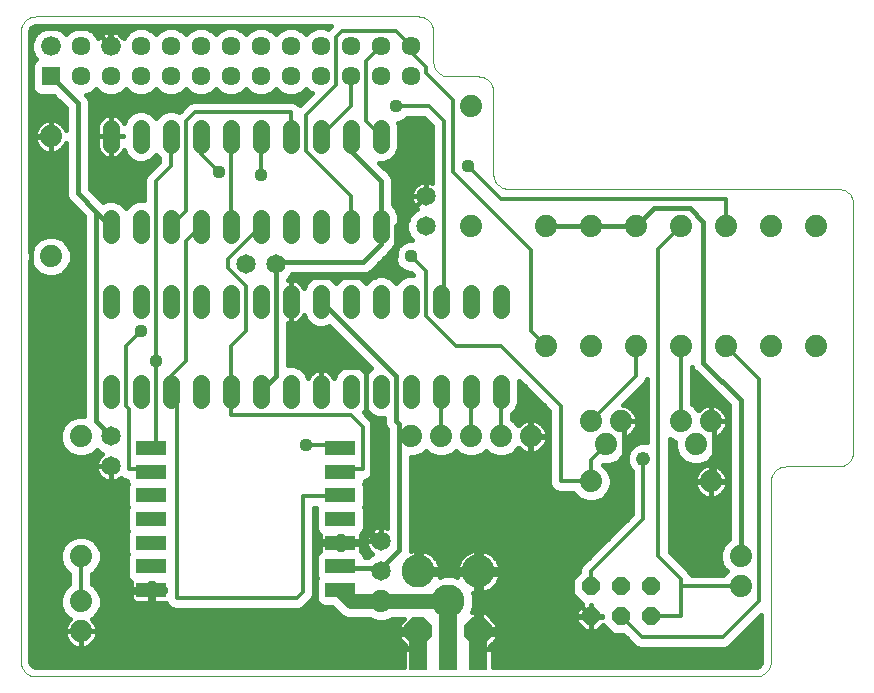
<source format=gtl>
G75*
G70*
%OFA0B0*%
%FSLAX24Y24*%
%IPPOS*%
%LPD*%
%AMOC8*
5,1,8,0,0,1.08239X$1,22.5*
%
%ADD10C,0.0000*%
%ADD11R,0.0634X0.0634*%
%ADD12C,0.0660*%
%ADD13C,0.0634*%
%ADD14C,0.1100*%
%ADD15OC8,0.0915*%
%ADD16R,0.0600X0.1600*%
%ADD17C,0.0600*%
%ADD18C,0.0650*%
%ADD19R,0.1000X0.0500*%
%ADD20C,0.0560*%
%ADD21C,0.0740*%
%ADD22OC8,0.0600*%
%ADD23C,0.0150*%
%ADD24C,0.0160*%
%ADD25C,0.0476*%
%ADD26C,0.0120*%
%ADD27C,0.0440*%
%ADD28C,0.0500*%
%ADD29C,0.0240*%
D10*
X001680Y001180D02*
X025680Y001180D01*
X025724Y001182D01*
X025767Y001188D01*
X025809Y001197D01*
X025851Y001210D01*
X025891Y001227D01*
X025930Y001247D01*
X025967Y001270D01*
X026001Y001297D01*
X026034Y001326D01*
X026063Y001359D01*
X026090Y001393D01*
X026113Y001430D01*
X026133Y001469D01*
X026150Y001509D01*
X026163Y001551D01*
X026172Y001593D01*
X026178Y001636D01*
X026180Y001680D01*
X026180Y007680D01*
X026182Y007724D01*
X026188Y007767D01*
X026197Y007809D01*
X026210Y007851D01*
X026227Y007891D01*
X026247Y007930D01*
X026270Y007967D01*
X026297Y008001D01*
X026326Y008034D01*
X026359Y008063D01*
X026393Y008090D01*
X026430Y008113D01*
X026469Y008133D01*
X026509Y008150D01*
X026551Y008163D01*
X026593Y008172D01*
X026636Y008178D01*
X026680Y008180D01*
X028430Y008180D01*
X028474Y008182D01*
X028517Y008188D01*
X028559Y008197D01*
X028601Y008210D01*
X028641Y008227D01*
X028680Y008247D01*
X028717Y008270D01*
X028751Y008297D01*
X028784Y008326D01*
X028813Y008359D01*
X028840Y008393D01*
X028863Y008430D01*
X028883Y008469D01*
X028900Y008509D01*
X028913Y008551D01*
X028922Y008593D01*
X028928Y008636D01*
X028930Y008680D01*
X028930Y016930D01*
X028928Y016974D01*
X028922Y017017D01*
X028913Y017059D01*
X028900Y017101D01*
X028883Y017141D01*
X028863Y017180D01*
X028840Y017217D01*
X028813Y017251D01*
X028784Y017284D01*
X028751Y017313D01*
X028717Y017340D01*
X028680Y017363D01*
X028641Y017383D01*
X028601Y017400D01*
X028559Y017413D01*
X028517Y017422D01*
X028474Y017428D01*
X028430Y017430D01*
X017430Y017430D01*
X017386Y017432D01*
X017343Y017438D01*
X017301Y017447D01*
X017259Y017460D01*
X017219Y017477D01*
X017180Y017497D01*
X017143Y017520D01*
X017109Y017547D01*
X017076Y017576D01*
X017047Y017609D01*
X017020Y017643D01*
X016997Y017680D01*
X016977Y017719D01*
X016960Y017759D01*
X016947Y017801D01*
X016938Y017843D01*
X016932Y017886D01*
X016930Y017930D01*
X016930Y020680D01*
X016928Y020724D01*
X016922Y020767D01*
X016913Y020809D01*
X016900Y020851D01*
X016883Y020891D01*
X016863Y020930D01*
X016840Y020967D01*
X016813Y021001D01*
X016784Y021034D01*
X016751Y021063D01*
X016717Y021090D01*
X016680Y021113D01*
X016641Y021133D01*
X016601Y021150D01*
X016559Y021163D01*
X016517Y021172D01*
X016474Y021178D01*
X016430Y021180D01*
X015430Y021180D01*
X015386Y021182D01*
X015343Y021188D01*
X015301Y021197D01*
X015259Y021210D01*
X015219Y021227D01*
X015180Y021247D01*
X015143Y021270D01*
X015109Y021297D01*
X015076Y021326D01*
X015047Y021359D01*
X015020Y021393D01*
X014997Y021430D01*
X014977Y021469D01*
X014960Y021509D01*
X014947Y021551D01*
X014938Y021593D01*
X014932Y021636D01*
X014930Y021680D01*
X014930Y022680D01*
X014928Y022724D01*
X014922Y022767D01*
X014913Y022809D01*
X014900Y022851D01*
X014883Y022891D01*
X014863Y022930D01*
X014840Y022967D01*
X014813Y023001D01*
X014784Y023034D01*
X014751Y023063D01*
X014717Y023090D01*
X014680Y023113D01*
X014641Y023133D01*
X014601Y023150D01*
X014559Y023163D01*
X014517Y023172D01*
X014474Y023178D01*
X014430Y023180D01*
X001680Y023180D01*
X001636Y023178D01*
X001593Y023172D01*
X001551Y023163D01*
X001509Y023150D01*
X001469Y023133D01*
X001430Y023113D01*
X001393Y023090D01*
X001359Y023063D01*
X001326Y023034D01*
X001297Y023001D01*
X001270Y022967D01*
X001247Y022930D01*
X001227Y022891D01*
X001210Y022851D01*
X001197Y022809D01*
X001188Y022767D01*
X001182Y022724D01*
X001180Y022680D01*
X001180Y001680D01*
X001182Y001636D01*
X001188Y001593D01*
X001197Y001551D01*
X001210Y001509D01*
X001227Y001469D01*
X001247Y001430D01*
X001270Y001393D01*
X001297Y001359D01*
X001326Y001326D01*
X001359Y001297D01*
X001393Y001270D01*
X001430Y001247D01*
X001469Y001227D01*
X001509Y001210D01*
X001551Y001197D01*
X001593Y001188D01*
X001636Y001182D01*
X001680Y001180D01*
D11*
X002180Y021180D03*
D12*
X002180Y022180D03*
X004180Y022180D03*
D13*
X003180Y022180D03*
X003180Y021180D03*
X004180Y021180D03*
X005180Y021180D03*
X006180Y021180D03*
X007180Y021180D03*
X008180Y021180D03*
X009180Y021180D03*
X010180Y021180D03*
X011180Y021180D03*
X012180Y021180D03*
X013180Y021180D03*
X014180Y021180D03*
X014180Y022180D03*
X013180Y022180D03*
X012180Y022180D03*
X011180Y022180D03*
X010180Y022180D03*
X009180Y022180D03*
X008180Y022180D03*
X007180Y022180D03*
X006180Y022180D03*
X005180Y022180D03*
D14*
X014430Y004680D03*
X015430Y003680D03*
X016430Y004680D03*
D15*
X016430Y002680D03*
X014430Y002680D03*
D16*
X014430Y002180D03*
X015430Y002180D03*
X016430Y002180D03*
D17*
X015430Y002180D02*
X015430Y003680D01*
D18*
X013180Y004680D03*
X013180Y005680D03*
X004180Y008180D03*
X004180Y009180D03*
X008680Y014930D03*
X009680Y014930D03*
X014680Y016180D03*
X014680Y017180D03*
D19*
X011830Y008792D03*
X011830Y008005D03*
X011830Y007217D03*
X011830Y006430D03*
X011830Y005643D03*
X011830Y004855D03*
X011830Y004068D03*
X005530Y004068D03*
X005530Y004855D03*
X005530Y005643D03*
X005530Y006430D03*
X005530Y007217D03*
X005530Y008005D03*
X005530Y008792D03*
D20*
X005180Y010400D02*
X005180Y010960D01*
X006180Y010960D02*
X006180Y010400D01*
X007180Y010400D02*
X007180Y010960D01*
X008180Y010960D02*
X008180Y010400D01*
X009180Y010400D02*
X009180Y010960D01*
X010180Y010960D02*
X010180Y010400D01*
X011180Y010400D02*
X011180Y010960D01*
X012180Y010960D02*
X012180Y010400D01*
X013180Y010400D02*
X013180Y010960D01*
X014180Y010960D02*
X014180Y010400D01*
X015180Y010400D02*
X015180Y010960D01*
X016180Y010960D02*
X016180Y010400D01*
X017180Y010400D02*
X017180Y010960D01*
X017180Y013400D02*
X017180Y013960D01*
X016180Y013960D02*
X016180Y013400D01*
X015180Y013400D02*
X015180Y013960D01*
X014180Y013960D02*
X014180Y013400D01*
X013180Y013400D02*
X013180Y013960D01*
X012180Y013960D02*
X012180Y013400D01*
X011180Y013400D02*
X011180Y013960D01*
X010180Y013960D02*
X010180Y013400D01*
X009180Y013400D02*
X009180Y013960D01*
X008180Y013960D02*
X008180Y013400D01*
X007180Y013400D02*
X007180Y013960D01*
X006180Y013960D02*
X006180Y013400D01*
X005180Y013400D02*
X005180Y013960D01*
X004180Y013960D02*
X004180Y013400D01*
X004180Y015900D02*
X004180Y016460D01*
X005180Y016460D02*
X005180Y015900D01*
X006180Y015900D02*
X006180Y016460D01*
X007180Y016460D02*
X007180Y015900D01*
X008180Y015900D02*
X008180Y016460D01*
X009180Y016460D02*
X009180Y015900D01*
X010180Y015900D02*
X010180Y016460D01*
X011180Y016460D02*
X011180Y015900D01*
X012180Y015900D02*
X012180Y016460D01*
X013180Y016460D02*
X013180Y015900D01*
X013180Y018900D02*
X013180Y019460D01*
X012180Y019460D02*
X012180Y018900D01*
X011180Y018900D02*
X011180Y019460D01*
X010180Y019460D02*
X010180Y018900D01*
X009180Y018900D02*
X009180Y019460D01*
X008180Y019460D02*
X008180Y018900D01*
X007180Y018900D02*
X007180Y019460D01*
X006180Y019460D02*
X006180Y018900D01*
X005180Y018900D02*
X005180Y019460D01*
X004180Y019460D02*
X004180Y018900D01*
X004180Y010960D02*
X004180Y010400D01*
D21*
X003180Y009180D03*
X003180Y005180D03*
X003180Y003680D03*
X003180Y002680D03*
X013180Y003680D03*
X014180Y009180D03*
X015180Y009180D03*
X016180Y009180D03*
X017180Y009180D03*
X018180Y009180D03*
X020180Y009680D03*
X020680Y008930D03*
X021180Y009680D03*
X023180Y009680D03*
X023680Y008930D03*
X024180Y009680D03*
X024180Y007680D03*
X025180Y005180D03*
X025180Y004180D03*
X020180Y007680D03*
X020180Y012180D03*
X018680Y012180D03*
X021680Y012180D03*
X023180Y012180D03*
X024680Y012180D03*
X026180Y012180D03*
X027680Y012180D03*
X027680Y016180D03*
X026180Y016180D03*
X024680Y016180D03*
X023180Y016180D03*
X021680Y016180D03*
X020180Y016180D03*
X018680Y016180D03*
X016180Y016180D03*
X016180Y020180D03*
X002180Y019180D03*
X002180Y015180D03*
D22*
X020180Y004180D03*
X021180Y004180D03*
X021180Y003180D03*
X020180Y003180D03*
X022180Y003180D03*
X022180Y004180D03*
D23*
X020180Y003180D02*
X019430Y003930D01*
X019430Y004630D01*
X021280Y006480D01*
X021280Y009580D01*
X021180Y009680D01*
X023930Y011630D02*
X023930Y016330D01*
X023480Y016780D01*
X022280Y016780D01*
X021680Y016180D01*
X020180Y016180D01*
X018680Y016180D01*
X014680Y017180D02*
X013680Y016180D01*
X013680Y015180D01*
X012980Y014480D01*
X010180Y014480D01*
X010180Y013680D01*
X010180Y012480D01*
X011180Y011480D01*
X012680Y011480D01*
X012680Y009880D01*
X012880Y009680D01*
X012880Y005680D01*
X013180Y005680D01*
X012880Y005680D02*
X011880Y005680D01*
X011830Y005643D01*
X011830Y004855D02*
X011880Y004780D01*
X013180Y004780D01*
X013180Y004680D01*
X013180Y004780D02*
X013780Y005380D01*
X013780Y009180D01*
X014180Y009180D01*
X013780Y009180D02*
X013780Y009580D01*
X013680Y009680D01*
X013680Y011180D01*
X011180Y013680D01*
X012580Y014980D02*
X009680Y014980D01*
X009680Y014930D01*
X009680Y011180D01*
X009180Y010680D01*
X011180Y010680D02*
X011180Y011480D01*
X012580Y014980D02*
X013180Y015580D01*
X013180Y016180D01*
X013180Y017680D01*
X012180Y018680D01*
X012180Y019180D01*
X004180Y016180D02*
X003730Y016630D01*
X003680Y016580D01*
X003680Y009680D01*
X004180Y009180D01*
X004180Y008180D02*
X001530Y008180D01*
X001530Y019180D01*
X002180Y019180D01*
X001530Y019180D02*
X001530Y022780D01*
X003580Y022780D01*
X004180Y022180D01*
X003080Y020280D02*
X002180Y021180D01*
X003080Y020280D02*
X003080Y017280D01*
X003730Y016630D01*
X004180Y008180D02*
X004180Y003980D01*
X004180Y002680D01*
X003180Y002680D01*
X004180Y003980D02*
X005480Y003980D01*
X005530Y004068D01*
X005580Y004080D01*
X014430Y004680D02*
X016430Y004680D01*
X016480Y004680D01*
X016480Y002680D01*
X016430Y002680D01*
X016480Y002680D02*
X016480Y002180D01*
X016430Y002180D01*
X014480Y002180D02*
X014430Y002180D01*
X014480Y002180D02*
X014480Y002680D01*
X014430Y002680D01*
X024180Y007680D02*
X024280Y007780D01*
X024280Y009580D01*
X024180Y009680D01*
X025180Y010380D02*
X023930Y011630D01*
X025180Y010380D02*
X025180Y005180D01*
D24*
X024785Y005761D02*
X024595Y005571D01*
X024490Y005317D01*
X024490Y005043D01*
X024595Y004789D01*
X024704Y004680D01*
X024595Y004571D01*
X024591Y004560D01*
X023537Y004560D01*
X023502Y004645D01*
X023395Y004752D01*
X022810Y005337D01*
X022810Y009086D01*
X022990Y009012D01*
X022990Y008793D01*
X023095Y008539D01*
X023289Y008345D01*
X023543Y008240D01*
X023817Y008240D01*
X024071Y008345D01*
X024265Y008539D01*
X024370Y008793D01*
X024370Y009067D01*
X024335Y009152D01*
X024391Y009170D01*
X024468Y009210D01*
X024538Y009260D01*
X024600Y009322D01*
X024650Y009392D01*
X024690Y009469D01*
X024716Y009551D01*
X024730Y009637D01*
X024730Y009680D01*
X024730Y009723D01*
X024716Y009809D01*
X024690Y009891D01*
X024650Y009968D01*
X024600Y010038D01*
X024538Y010100D01*
X024468Y010150D01*
X024391Y010190D01*
X024309Y010216D01*
X024223Y010230D01*
X024180Y010230D01*
X024180Y009680D01*
X024730Y009680D01*
X024180Y009680D01*
X024180Y009680D01*
X024180Y009680D01*
X024180Y010230D01*
X024137Y010230D01*
X024051Y010216D01*
X023969Y010190D01*
X023892Y010150D01*
X023822Y010100D01*
X023773Y010051D01*
X023765Y010071D01*
X023571Y010265D01*
X023560Y010269D01*
X023560Y011491D01*
X023595Y011406D01*
X023706Y011295D01*
X024785Y010216D01*
X024785Y005761D01*
X024785Y005777D02*
X022810Y005777D01*
X022810Y005935D02*
X024785Y005935D01*
X024785Y006094D02*
X022810Y006094D01*
X022810Y006252D02*
X024785Y006252D01*
X024785Y006411D02*
X022810Y006411D01*
X022810Y006569D02*
X024785Y006569D01*
X024785Y006728D02*
X022810Y006728D01*
X022810Y006886D02*
X024785Y006886D01*
X024785Y007045D02*
X022810Y007045D01*
X022810Y007203D02*
X023905Y007203D01*
X023892Y007210D02*
X023969Y007170D01*
X024051Y007144D01*
X024137Y007130D01*
X024171Y007130D01*
X024171Y007671D01*
X024189Y007671D01*
X024189Y007689D01*
X024730Y007689D01*
X024730Y007723D01*
X024716Y007809D01*
X024690Y007891D01*
X024650Y007968D01*
X024600Y008038D01*
X024538Y008100D01*
X024468Y008150D01*
X024391Y008190D01*
X024309Y008216D01*
X024223Y008230D01*
X024189Y008230D01*
X024189Y007689D01*
X024171Y007689D01*
X024171Y008230D01*
X024137Y008230D01*
X024051Y008216D01*
X023969Y008190D01*
X023892Y008150D01*
X023822Y008100D01*
X023760Y008038D01*
X023710Y007968D01*
X023670Y007891D01*
X023644Y007809D01*
X023630Y007723D01*
X023630Y007689D01*
X024171Y007689D01*
X024171Y007671D01*
X023630Y007671D01*
X023630Y007637D01*
X023644Y007551D01*
X023670Y007469D01*
X023710Y007392D01*
X023760Y007322D01*
X023822Y007260D01*
X023892Y007210D01*
X023732Y007362D02*
X022810Y007362D01*
X022810Y007520D02*
X023654Y007520D01*
X023653Y007837D02*
X022810Y007837D01*
X022810Y007679D02*
X024171Y007679D01*
X024189Y007679D02*
X024785Y007679D01*
X024730Y007671D02*
X024189Y007671D01*
X024189Y007130D01*
X024223Y007130D01*
X024309Y007144D01*
X024391Y007170D01*
X024468Y007210D01*
X024538Y007260D01*
X024600Y007322D01*
X024650Y007392D01*
X024690Y007469D01*
X024716Y007551D01*
X024730Y007637D01*
X024730Y007671D01*
X024706Y007520D02*
X024785Y007520D01*
X024785Y007362D02*
X024628Y007362D01*
X024785Y007203D02*
X024455Y007203D01*
X024189Y007203D02*
X024171Y007203D01*
X024171Y007362D02*
X024189Y007362D01*
X024189Y007520D02*
X024171Y007520D01*
X024171Y007837D02*
X024189Y007837D01*
X024189Y007996D02*
X024171Y007996D01*
X024171Y008154D02*
X024189Y008154D01*
X023992Y008313D02*
X024785Y008313D01*
X024785Y008471D02*
X024197Y008471D01*
X024302Y008630D02*
X024785Y008630D01*
X024785Y008788D02*
X024368Y008788D01*
X024370Y008947D02*
X024785Y008947D01*
X024785Y009105D02*
X024354Y009105D01*
X024541Y009264D02*
X024785Y009264D01*
X024785Y009422D02*
X024666Y009422D01*
X024721Y009581D02*
X024785Y009581D01*
X024785Y009739D02*
X024728Y009739D01*
X024686Y009898D02*
X024785Y009898D01*
X024785Y010056D02*
X024582Y010056D01*
X024785Y010215D02*
X024315Y010215D01*
X024180Y010215D02*
X024180Y010215D01*
X024045Y010215D02*
X023621Y010215D01*
X023560Y010373D02*
X024628Y010373D01*
X024470Y010532D02*
X023560Y010532D01*
X023560Y010690D02*
X024311Y010690D01*
X024153Y010849D02*
X023560Y010849D01*
X023560Y011007D02*
X023994Y011007D01*
X023836Y011166D02*
X023560Y011166D01*
X023560Y011324D02*
X023677Y011324D01*
X023564Y011483D02*
X023560Y011483D01*
X022050Y011080D02*
X022050Y008984D01*
X022041Y008988D01*
X021819Y008988D01*
X021614Y008903D01*
X021457Y008746D01*
X021372Y008541D01*
X021372Y008319D01*
X021457Y008114D01*
X021550Y008021D01*
X021550Y006587D01*
X019858Y004895D01*
X019800Y004756D01*
X019800Y004677D01*
X019560Y004437D01*
X019560Y003923D01*
X019902Y003581D01*
X019700Y003379D01*
X019700Y003190D01*
X020170Y003190D01*
X020170Y003560D01*
X020190Y003560D01*
X020190Y003190D01*
X020560Y003190D01*
X020560Y003170D01*
X020190Y003170D01*
X020190Y003190D01*
X020170Y003190D01*
X020170Y003170D01*
X020190Y003170D01*
X020190Y002700D01*
X020379Y002700D01*
X020581Y002902D01*
X020923Y002560D01*
X021263Y002560D01*
X021558Y002265D01*
X021665Y002158D01*
X021804Y002100D01*
X024656Y002100D01*
X024795Y002158D01*
X024902Y002265D01*
X025860Y003223D01*
X025860Y001680D01*
X025857Y001645D01*
X025830Y001580D01*
X025780Y001530D01*
X025715Y001503D01*
X025680Y001500D01*
X016910Y001500D01*
X016910Y002110D01*
X016762Y002110D01*
X016902Y002250D01*
X016910Y002250D01*
X016910Y002258D01*
X017067Y002416D01*
X017067Y002607D01*
X020877Y002607D01*
X020718Y002765D02*
X020444Y002765D01*
X020190Y002765D02*
X020170Y002765D01*
X020170Y002700D02*
X020170Y003170D01*
X019700Y003170D01*
X019700Y002981D01*
X019981Y002700D01*
X020170Y002700D01*
X020170Y002924D02*
X020190Y002924D01*
X020190Y003082D02*
X020170Y003082D01*
X020170Y003241D02*
X020190Y003241D01*
X020190Y003399D02*
X020170Y003399D01*
X020170Y003558D02*
X020190Y003558D01*
X019879Y003558D02*
X016300Y003558D01*
X016300Y003507D02*
X016300Y003853D01*
X016251Y003972D01*
X016287Y003962D01*
X016357Y003953D01*
X016357Y004607D01*
X015703Y004607D01*
X015712Y004537D01*
X015722Y004501D01*
X015603Y004550D01*
X015257Y004550D01*
X015138Y004501D01*
X015148Y004537D01*
X015157Y004607D01*
X014503Y004607D01*
X014503Y004753D01*
X014357Y004753D01*
X014357Y005407D01*
X014287Y005398D01*
X014195Y005373D01*
X014175Y005365D01*
X014175Y008490D01*
X014317Y008490D01*
X014571Y008595D01*
X014680Y008704D01*
X014789Y008595D01*
X015043Y008490D01*
X015317Y008490D01*
X015571Y008595D01*
X015680Y008704D01*
X015789Y008595D01*
X016043Y008490D01*
X016317Y008490D01*
X016571Y008595D01*
X016680Y008704D01*
X016789Y008595D01*
X017043Y008490D01*
X017317Y008490D01*
X017571Y008595D01*
X017765Y008789D01*
X017773Y008809D01*
X017822Y008760D01*
X017892Y008710D01*
X017969Y008670D01*
X018051Y008644D01*
X018137Y008630D01*
X018160Y008630D01*
X018160Y009160D01*
X018200Y009160D01*
X018200Y009200D01*
X018160Y009200D01*
X018160Y009730D01*
X018137Y009730D01*
X018051Y009716D01*
X017969Y009690D01*
X017892Y009650D01*
X017822Y009600D01*
X017773Y009551D01*
X017765Y009571D01*
X017571Y009765D01*
X017560Y009769D01*
X017560Y009931D01*
X017689Y010060D01*
X017780Y010281D01*
X017780Y011043D01*
X018800Y010023D01*
X018800Y007604D01*
X018858Y007465D01*
X018965Y007358D01*
X019104Y007300D01*
X019591Y007300D01*
X019595Y007289D01*
X019789Y007095D01*
X020043Y006990D01*
X020317Y006990D01*
X020571Y007095D01*
X020765Y007289D01*
X020870Y007543D01*
X020870Y007817D01*
X020765Y008071D01*
X020596Y008240D01*
X020817Y008240D01*
X021071Y008345D01*
X021265Y008539D01*
X021370Y008793D01*
X021370Y009067D01*
X021335Y009152D01*
X021391Y009170D01*
X021468Y009210D01*
X021538Y009260D01*
X021600Y009322D01*
X021650Y009392D01*
X021690Y009469D01*
X021716Y009551D01*
X021730Y009637D01*
X021730Y009680D01*
X021730Y009723D01*
X021716Y009809D01*
X021690Y009891D01*
X021650Y009968D01*
X021600Y010038D01*
X021538Y010100D01*
X021468Y010150D01*
X021391Y010190D01*
X021309Y010216D01*
X021261Y010224D01*
X021895Y010858D01*
X022002Y010965D01*
X022050Y011080D01*
X022050Y011007D02*
X022020Y011007D01*
X022050Y010849D02*
X021886Y010849D01*
X021727Y010690D02*
X022050Y010690D01*
X022050Y010532D02*
X021569Y010532D01*
X021410Y010373D02*
X022050Y010373D01*
X022050Y010215D02*
X021315Y010215D01*
X021582Y010056D02*
X022050Y010056D01*
X022050Y009898D02*
X021686Y009898D01*
X021728Y009739D02*
X022050Y009739D01*
X022050Y009581D02*
X021721Y009581D01*
X021730Y009680D02*
X021180Y009680D01*
X021730Y009680D01*
X021666Y009422D02*
X022050Y009422D01*
X022050Y009264D02*
X021541Y009264D01*
X021354Y009105D02*
X022050Y009105D01*
X021719Y008947D02*
X021370Y008947D01*
X021368Y008788D02*
X021499Y008788D01*
X021409Y008630D02*
X021302Y008630D01*
X021372Y008471D02*
X021197Y008471D01*
X021375Y008313D02*
X020992Y008313D01*
X020682Y008154D02*
X021440Y008154D01*
X021550Y007996D02*
X020796Y007996D01*
X020862Y007837D02*
X021550Y007837D01*
X021550Y007679D02*
X020870Y007679D01*
X020861Y007520D02*
X021550Y007520D01*
X021550Y007362D02*
X020795Y007362D01*
X020679Y007203D02*
X021550Y007203D01*
X021550Y007045D02*
X020449Y007045D01*
X019911Y007045D02*
X014175Y007045D01*
X014175Y007203D02*
X019681Y007203D01*
X018961Y007362D02*
X014175Y007362D01*
X014175Y007520D02*
X018835Y007520D01*
X018800Y007679D02*
X014175Y007679D01*
X014175Y007837D02*
X018800Y007837D01*
X018800Y007996D02*
X014175Y007996D01*
X014175Y008154D02*
X018800Y008154D01*
X018800Y008313D02*
X014175Y008313D01*
X014175Y008471D02*
X018800Y008471D01*
X018800Y008630D02*
X017605Y008630D01*
X017764Y008788D02*
X017794Y008788D01*
X018160Y008788D02*
X018200Y008788D01*
X018200Y008630D02*
X018223Y008630D01*
X018309Y008644D01*
X018391Y008670D01*
X018468Y008710D01*
X018538Y008760D01*
X018600Y008822D01*
X018650Y008892D01*
X018690Y008969D01*
X018716Y009051D01*
X018730Y009137D01*
X018730Y009160D01*
X018200Y009160D01*
X018200Y008630D01*
X018200Y008947D02*
X018160Y008947D01*
X018160Y009105D02*
X018200Y009105D01*
X018200Y009200D02*
X018730Y009200D01*
X018730Y009223D01*
X018716Y009309D01*
X018690Y009391D01*
X018650Y009468D01*
X018600Y009538D01*
X018538Y009600D01*
X018468Y009650D01*
X018391Y009690D01*
X018309Y009716D01*
X018223Y009730D01*
X018200Y009730D01*
X018200Y009200D01*
X018200Y009264D02*
X018160Y009264D01*
X018160Y009422D02*
X018200Y009422D01*
X018200Y009581D02*
X018160Y009581D01*
X017803Y009581D02*
X017755Y009581D01*
X017597Y009739D02*
X018800Y009739D01*
X018800Y009581D02*
X018557Y009581D01*
X018674Y009422D02*
X018800Y009422D01*
X018800Y009264D02*
X018724Y009264D01*
X018725Y009105D02*
X018800Y009105D01*
X018800Y008947D02*
X018678Y008947D01*
X018566Y008788D02*
X018800Y008788D01*
X018800Y009898D02*
X017560Y009898D01*
X017685Y010056D02*
X018767Y010056D01*
X018608Y010215D02*
X017753Y010215D01*
X017780Y010373D02*
X018450Y010373D01*
X018291Y010532D02*
X017780Y010532D01*
X017780Y010690D02*
X018133Y010690D01*
X017974Y010849D02*
X017780Y010849D01*
X017780Y011007D02*
X017816Y011007D01*
X016755Y008630D02*
X016605Y008630D01*
X015755Y008630D02*
X015605Y008630D01*
X014755Y008630D02*
X014605Y008630D01*
X013385Y008630D02*
X012960Y008630D01*
X012960Y008788D02*
X013385Y008788D01*
X013385Y008947D02*
X012960Y008947D01*
X012960Y009105D02*
X013385Y009105D01*
X013385Y009264D02*
X012960Y009264D01*
X012960Y009422D02*
X013379Y009422D01*
X013385Y009416D02*
X013385Y006142D01*
X013374Y006148D01*
X013298Y006173D01*
X013220Y006185D01*
X013180Y006185D01*
X013180Y005680D01*
X013180Y005680D01*
X013180Y005680D01*
X012675Y005680D01*
X012675Y005720D01*
X012687Y005798D01*
X012712Y005874D01*
X012748Y005945D01*
X012795Y006009D01*
X012851Y006065D01*
X012915Y006112D01*
X012986Y006148D01*
X013062Y006173D01*
X013140Y006185D01*
X013180Y006185D01*
X013180Y005680D01*
X012675Y005680D01*
X012675Y005640D01*
X012687Y005562D01*
X012712Y005486D01*
X012748Y005415D01*
X012795Y005351D01*
X012851Y005295D01*
X012897Y005261D01*
X012815Y005227D01*
X012763Y005175D01*
X012647Y005175D01*
X012601Y005286D01*
X012511Y005376D01*
X012510Y005377D01*
X012510Y005598D01*
X011875Y005598D01*
X011875Y005688D01*
X012510Y005688D01*
X012510Y005908D01*
X012511Y005909D01*
X012601Y005999D01*
X012650Y006116D01*
X012650Y006744D01*
X012616Y006824D01*
X012650Y006904D01*
X012650Y007531D01*
X012616Y007611D01*
X012650Y007691D01*
X012650Y007700D01*
X012656Y007700D01*
X012795Y007758D01*
X012902Y007865D01*
X012960Y008004D01*
X012960Y009556D01*
X012902Y009695D01*
X012613Y009984D01*
X012680Y010051D01*
X012840Y009891D01*
X013061Y009800D01*
X013285Y009800D01*
X013285Y009601D01*
X013345Y009456D01*
X013385Y009416D01*
X013294Y009581D02*
X012950Y009581D01*
X012858Y009739D02*
X013285Y009739D01*
X012834Y009898D02*
X012700Y009898D01*
X011605Y011139D02*
X011573Y011201D01*
X011531Y011260D01*
X011480Y011311D01*
X011421Y011353D01*
X011357Y011386D01*
X011288Y011409D01*
X011216Y011420D01*
X011180Y011420D01*
X011180Y010680D01*
X011180Y010680D01*
X011180Y011420D01*
X011144Y011420D01*
X011072Y011409D01*
X011003Y011386D01*
X010939Y011353D01*
X010880Y011311D01*
X010829Y011260D01*
X010787Y011201D01*
X010755Y011139D01*
X010689Y011300D01*
X010520Y011469D01*
X010299Y011560D01*
X010075Y011560D01*
X010075Y012951D01*
X010144Y012940D01*
X010180Y012940D01*
X010216Y012940D01*
X010288Y012951D01*
X010357Y012974D01*
X010421Y013007D01*
X010480Y013049D01*
X010531Y013100D01*
X010573Y013159D01*
X010605Y013221D01*
X010671Y013060D01*
X010840Y012891D01*
X011061Y012800D01*
X011299Y012800D01*
X011442Y012859D01*
X012836Y011465D01*
X012680Y011309D01*
X012520Y011469D01*
X012299Y011560D01*
X012061Y011560D01*
X011840Y011469D01*
X011671Y011300D01*
X011605Y011139D01*
X011592Y011166D02*
X011616Y011166D01*
X011695Y011324D02*
X011462Y011324D01*
X011180Y011324D02*
X011180Y011324D01*
X011180Y011166D02*
X011180Y011166D01*
X011180Y011007D02*
X011180Y011007D01*
X011180Y010849D02*
X011180Y010849D01*
X011180Y010690D02*
X011180Y010690D01*
X010768Y011166D02*
X010744Y011166D01*
X010665Y011324D02*
X010898Y011324D01*
X010486Y011483D02*
X011874Y011483D01*
X012486Y011483D02*
X012819Y011483D01*
X012695Y011324D02*
X012665Y011324D01*
X012660Y011641D02*
X010075Y011641D01*
X010075Y011800D02*
X012502Y011800D01*
X012343Y011958D02*
X010075Y011958D01*
X010075Y012117D02*
X012185Y012117D01*
X012026Y012275D02*
X010075Y012275D01*
X010075Y012434D02*
X011868Y012434D01*
X011709Y012592D02*
X010075Y012592D01*
X010075Y012751D02*
X011551Y012751D01*
X010822Y012909D02*
X010075Y012909D01*
X010180Y012940D02*
X010180Y013680D01*
X010180Y013680D01*
X010180Y014420D01*
X010216Y014420D01*
X010288Y014409D01*
X010357Y014386D01*
X010421Y014353D01*
X010480Y014311D01*
X010531Y014260D01*
X010573Y014201D01*
X010605Y014139D01*
X010671Y014300D01*
X010840Y014469D01*
X011061Y014560D01*
X011299Y014560D01*
X011520Y014469D01*
X011680Y014309D01*
X011840Y014469D01*
X012061Y014560D01*
X012299Y014560D01*
X012520Y014469D01*
X012680Y014309D01*
X012840Y014469D01*
X013061Y014560D01*
X013299Y014560D01*
X013520Y014469D01*
X013680Y014309D01*
X013840Y014469D01*
X014061Y014560D01*
X014263Y014560D01*
X014183Y014640D01*
X014073Y014640D01*
X013874Y014722D01*
X013722Y014874D01*
X013640Y015073D01*
X013640Y015287D01*
X013722Y015486D01*
X013874Y015638D01*
X014073Y015720D01*
X014228Y015720D01*
X014133Y015815D01*
X014035Y016052D01*
X014035Y016308D01*
X014133Y016545D01*
X014315Y016727D01*
X014397Y016761D01*
X014351Y016795D01*
X014295Y016851D01*
X014248Y016915D01*
X014212Y016986D01*
X014187Y017062D01*
X014175Y017140D01*
X014175Y017180D01*
X014680Y017180D01*
X014680Y017180D01*
X014680Y017685D01*
X014720Y017685D01*
X014798Y017673D01*
X014874Y017648D01*
X014900Y017635D01*
X014900Y019523D01*
X014623Y019800D01*
X014064Y019800D01*
X013986Y019722D01*
X013787Y019640D01*
X013755Y019640D01*
X013780Y019579D01*
X013780Y018781D01*
X013689Y018560D01*
X013520Y018391D01*
X013299Y018300D01*
X013119Y018300D01*
X013404Y018015D01*
X013515Y017904D01*
X013575Y017759D01*
X013575Y016914D01*
X013689Y016800D01*
X013780Y016579D01*
X013780Y015781D01*
X013689Y015560D01*
X013536Y015408D01*
X013515Y015356D01*
X013404Y015245D01*
X012804Y014645D01*
X012659Y014585D01*
X010235Y014585D01*
X010227Y014565D01*
X010075Y014413D01*
X010075Y014409D01*
X010144Y014420D01*
X010180Y014420D01*
X010180Y013680D01*
X010180Y012940D01*
X010180Y013068D02*
X010180Y013068D01*
X010180Y013226D02*
X010180Y013226D01*
X010180Y013385D02*
X010180Y013385D01*
X010180Y013543D02*
X010180Y013543D01*
X010180Y013680D02*
X010180Y013680D01*
X010180Y013702D02*
X010180Y013702D01*
X010180Y013860D02*
X010180Y013860D01*
X010180Y014019D02*
X010180Y014019D01*
X010180Y014177D02*
X010180Y014177D01*
X010180Y014336D02*
X010180Y014336D01*
X010156Y014494D02*
X010901Y014494D01*
X010707Y014336D02*
X010446Y014336D01*
X010586Y014177D02*
X010620Y014177D01*
X011459Y014494D02*
X011901Y014494D01*
X011707Y014336D02*
X011653Y014336D01*
X012459Y014494D02*
X012901Y014494D01*
X012811Y014653D02*
X014042Y014653D01*
X013901Y014494D02*
X013459Y014494D01*
X013653Y014336D02*
X013707Y014336D01*
X013785Y014811D02*
X012970Y014811D01*
X013128Y014970D02*
X013683Y014970D01*
X013640Y015128D02*
X013287Y015128D01*
X013445Y015287D02*
X013640Y015287D01*
X013705Y015445D02*
X013574Y015445D01*
X013707Y015604D02*
X013840Y015604D01*
X013772Y015762D02*
X014186Y015762D01*
X014089Y015921D02*
X013780Y015921D01*
X013780Y016079D02*
X014035Y016079D01*
X014035Y016238D02*
X013780Y016238D01*
X013780Y016396D02*
X014071Y016396D01*
X014142Y016555D02*
X013780Y016555D01*
X013725Y016713D02*
X014301Y016713D01*
X014280Y016872D02*
X013617Y016872D01*
X013575Y017030D02*
X014198Y017030D01*
X014175Y017180D02*
X014680Y017180D01*
X014680Y017180D01*
X014680Y017685D01*
X014640Y017685D01*
X014562Y017673D01*
X014486Y017648D01*
X014415Y017612D01*
X014351Y017565D01*
X014295Y017509D01*
X014248Y017445D01*
X014212Y017374D01*
X014187Y017298D01*
X014175Y017220D01*
X014175Y017180D01*
X014175Y017189D02*
X013575Y017189D01*
X013575Y017347D02*
X014203Y017347D01*
X014292Y017506D02*
X013575Y017506D01*
X013575Y017664D02*
X014535Y017664D01*
X014680Y017664D02*
X014680Y017664D01*
X014825Y017664D02*
X014900Y017664D01*
X014900Y017823D02*
X013549Y017823D01*
X013438Y017981D02*
X014900Y017981D01*
X014900Y018140D02*
X013279Y018140D01*
X013121Y018298D02*
X014900Y018298D01*
X014900Y018457D02*
X013585Y018457D01*
X013711Y018615D02*
X014900Y018615D01*
X014900Y018774D02*
X013777Y018774D01*
X013780Y018932D02*
X014900Y018932D01*
X014900Y019091D02*
X013780Y019091D01*
X013780Y019249D02*
X014900Y019249D01*
X014900Y019408D02*
X013780Y019408D01*
X013780Y019566D02*
X014857Y019566D01*
X014698Y019725D02*
X013988Y019725D01*
X014680Y017506D02*
X014680Y017506D01*
X014680Y017347D02*
X014680Y017347D01*
X014680Y017189D02*
X014680Y017189D01*
X012707Y014336D02*
X012653Y014336D01*
X010668Y013068D02*
X010498Y013068D01*
X005300Y017060D02*
X005299Y017060D01*
X005061Y017060D01*
X004840Y016969D01*
X004680Y016809D01*
X004520Y016969D01*
X004299Y017060D01*
X004061Y017060D01*
X003918Y017001D01*
X003475Y017444D01*
X003475Y020359D01*
X003415Y020504D01*
X003355Y020563D01*
X003541Y020640D01*
X003680Y020779D01*
X003819Y020640D01*
X004053Y020543D01*
X004307Y020543D01*
X004541Y020640D01*
X004680Y020779D01*
X004819Y020640D01*
X005053Y020543D01*
X005307Y020543D01*
X005541Y020640D01*
X005680Y020779D01*
X005819Y020640D01*
X006053Y020543D01*
X006307Y020543D01*
X006541Y020640D01*
X006680Y020779D01*
X006819Y020640D01*
X007053Y020543D01*
X007307Y020543D01*
X007541Y020640D01*
X007680Y020779D01*
X007819Y020640D01*
X008053Y020543D01*
X008307Y020543D01*
X008541Y020640D01*
X008680Y020779D01*
X008819Y020640D01*
X009053Y020543D01*
X009307Y020543D01*
X009541Y020640D01*
X009680Y020779D01*
X009819Y020640D01*
X010053Y020543D01*
X010307Y020543D01*
X010541Y020640D01*
X010680Y020779D01*
X010819Y020640D01*
X010878Y020616D01*
X010480Y020217D01*
X010395Y020302D01*
X010256Y020360D01*
X006904Y020360D01*
X006765Y020302D01*
X006658Y020195D01*
X006457Y019995D01*
X006299Y020060D01*
X006061Y020060D01*
X005840Y019969D01*
X005680Y019809D01*
X005520Y019969D01*
X005299Y020060D01*
X005061Y020060D01*
X004840Y019969D01*
X004671Y019800D01*
X004605Y019639D01*
X004573Y019701D01*
X004531Y019760D01*
X004480Y019811D01*
X004421Y019853D01*
X004357Y019886D01*
X004288Y019909D01*
X004216Y019920D01*
X004180Y019920D01*
X004180Y019180D01*
X004180Y019180D01*
X004580Y019180D01*
X004580Y019180D01*
X004180Y019180D01*
X004180Y019180D01*
X004180Y018440D01*
X004216Y018440D01*
X004288Y018451D01*
X004357Y018474D01*
X004421Y018507D01*
X004480Y018549D01*
X004531Y018600D01*
X004573Y018659D01*
X004605Y018721D01*
X004671Y018560D01*
X004840Y018391D01*
X005061Y018300D01*
X005299Y018300D01*
X005520Y018391D01*
X005680Y018551D01*
X005800Y018431D01*
X005800Y018337D01*
X005358Y017895D01*
X005300Y017756D01*
X005300Y017060D01*
X005300Y017189D02*
X003730Y017189D01*
X003572Y017347D02*
X005300Y017347D01*
X005300Y017506D02*
X003475Y017506D01*
X003475Y017664D02*
X005300Y017664D01*
X005328Y017823D02*
X003475Y017823D01*
X003475Y017981D02*
X005444Y017981D01*
X005602Y018140D02*
X003475Y018140D01*
X003475Y018298D02*
X005761Y018298D01*
X005775Y018457D02*
X005585Y018457D01*
X004775Y018457D02*
X004304Y018457D01*
X004180Y018457D02*
X004180Y018457D01*
X004180Y018440D02*
X004180Y019180D01*
X004180Y019180D01*
X004180Y019180D01*
X003720Y019180D01*
X003720Y019496D01*
X003731Y019568D01*
X003754Y019637D01*
X003787Y019701D01*
X003829Y019760D01*
X003880Y019811D01*
X003939Y019853D01*
X004003Y019886D01*
X004072Y019909D01*
X004144Y019920D01*
X004180Y019920D01*
X004180Y019180D01*
X003720Y019180D01*
X003720Y018864D01*
X003731Y018792D01*
X003754Y018723D01*
X003787Y018659D01*
X003829Y018600D01*
X003880Y018549D01*
X003939Y018507D01*
X004003Y018474D01*
X004072Y018451D01*
X004144Y018440D01*
X004180Y018440D01*
X004056Y018457D02*
X003475Y018457D01*
X003475Y018615D02*
X003818Y018615D01*
X003737Y018774D02*
X003475Y018774D01*
X003475Y018932D02*
X003720Y018932D01*
X003720Y019091D02*
X003475Y019091D01*
X003475Y019249D02*
X003720Y019249D01*
X003720Y019408D02*
X003475Y019408D01*
X003475Y019566D02*
X003731Y019566D01*
X003804Y019725D02*
X003475Y019725D01*
X003475Y019883D02*
X003997Y019883D01*
X004180Y019883D02*
X004180Y019883D01*
X004180Y019725D02*
X004180Y019725D01*
X004180Y019566D02*
X004180Y019566D01*
X004180Y019408D02*
X004180Y019408D01*
X004180Y019249D02*
X004180Y019249D01*
X004180Y019091D02*
X004180Y019091D01*
X004180Y018932D02*
X004180Y018932D01*
X004180Y018774D02*
X004180Y018774D01*
X004180Y018615D02*
X004180Y018615D01*
X004542Y018615D02*
X004649Y018615D01*
X004640Y019725D02*
X004556Y019725D01*
X004363Y019883D02*
X004755Y019883D01*
X005016Y020042D02*
X003475Y020042D01*
X003475Y020200D02*
X006663Y020200D01*
X006504Y020042D02*
X006344Y020042D01*
X006016Y020042D02*
X005344Y020042D01*
X005605Y019883D02*
X005755Y019883D01*
X005784Y020676D02*
X005576Y020676D01*
X004784Y020676D02*
X004576Y020676D01*
X003784Y020676D02*
X003576Y020676D01*
X003402Y020517D02*
X010780Y020517D01*
X010784Y020676D02*
X010576Y020676D01*
X010621Y020359D02*
X010259Y020359D01*
X009784Y020676D02*
X009576Y020676D01*
X008784Y020676D02*
X008576Y020676D01*
X007784Y020676D02*
X007576Y020676D01*
X006901Y020359D02*
X003475Y020359D01*
X002685Y020116D02*
X002685Y019400D01*
X002650Y019468D01*
X002600Y019538D01*
X002538Y019600D01*
X002468Y019650D01*
X002391Y019690D01*
X002309Y019716D01*
X002223Y019730D01*
X002189Y019730D01*
X002189Y019189D01*
X002171Y019189D01*
X002171Y019730D01*
X002137Y019730D01*
X002051Y019716D01*
X001969Y019690D01*
X001892Y019650D01*
X001822Y019600D01*
X001760Y019538D01*
X001710Y019468D01*
X001670Y019391D01*
X001644Y019309D01*
X001630Y019223D01*
X001630Y019189D01*
X002171Y019189D01*
X002171Y019171D01*
X002189Y019171D01*
X002189Y018630D01*
X002223Y018630D01*
X002309Y018644D01*
X002391Y018670D01*
X002468Y018710D01*
X002538Y018760D01*
X002600Y018822D01*
X002650Y018892D01*
X002685Y018960D01*
X002685Y017201D01*
X002745Y017056D01*
X003285Y016516D01*
X003285Y009870D01*
X003043Y009870D01*
X002789Y009765D01*
X002595Y009571D01*
X002490Y009317D01*
X002490Y009043D01*
X002595Y008789D01*
X002789Y008595D01*
X003043Y008490D01*
X003317Y008490D01*
X003571Y008595D01*
X003712Y008736D01*
X003815Y008633D01*
X003897Y008599D01*
X003851Y008565D01*
X003795Y008509D01*
X003748Y008445D01*
X003712Y008374D01*
X003687Y008298D01*
X003675Y008220D01*
X003675Y008180D01*
X004180Y008180D01*
X004180Y007675D01*
X004220Y007675D01*
X004298Y007687D01*
X004374Y007712D01*
X004445Y007748D01*
X004509Y007795D01*
X004518Y007804D01*
X004565Y007758D01*
X004704Y007700D01*
X004710Y007700D01*
X004710Y007691D01*
X004744Y007611D01*
X004710Y007531D01*
X004710Y006904D01*
X004744Y006824D01*
X004710Y006744D01*
X004710Y006116D01*
X004744Y006036D01*
X004710Y005956D01*
X004710Y005329D01*
X004744Y005249D01*
X004710Y005169D01*
X004710Y004542D01*
X004759Y004424D01*
X004849Y004334D01*
X004850Y004333D01*
X004850Y004113D01*
X005485Y004113D01*
X005485Y004023D01*
X004850Y004023D01*
X004850Y003794D01*
X004863Y003748D01*
X004886Y003707D01*
X004920Y003674D01*
X004961Y003650D01*
X005007Y003638D01*
X005485Y003638D01*
X005485Y004023D01*
X005575Y004023D01*
X005575Y003638D01*
X006028Y003638D01*
X006058Y003565D01*
X006165Y003458D01*
X006304Y003400D01*
X010456Y003400D01*
X010595Y003458D01*
X010702Y003565D01*
X010902Y003765D01*
X010960Y003904D01*
X010960Y006800D01*
X011033Y006800D01*
X011010Y006744D01*
X011010Y006116D01*
X011058Y005999D01*
X011148Y005909D01*
X011150Y005908D01*
X011150Y005688D01*
X011785Y005688D01*
X011785Y005860D01*
X011875Y005860D01*
X011875Y005688D01*
X011785Y005688D01*
X011785Y005598D01*
X011150Y005598D01*
X011150Y005377D01*
X011148Y005376D01*
X011058Y005286D01*
X011010Y005169D01*
X011010Y004542D01*
X011043Y004461D01*
X011010Y004381D01*
X011010Y003754D01*
X011058Y003637D01*
X011148Y003547D01*
X011266Y003498D01*
X011556Y003498D01*
X011857Y003197D01*
X012067Y003110D01*
X012774Y003110D01*
X012789Y003095D01*
X013043Y002990D01*
X013317Y002990D01*
X013571Y003095D01*
X013586Y003110D01*
X013958Y003110D01*
X013793Y002944D01*
X013792Y002753D01*
X013950Y002753D01*
X013950Y002607D01*
X013793Y002607D01*
X013793Y002416D01*
X013950Y002258D01*
X013950Y002250D01*
X013958Y002250D01*
X014098Y002110D01*
X013950Y002110D01*
X013950Y001500D01*
X001680Y001500D01*
X001645Y001503D01*
X001580Y001530D01*
X001530Y001580D01*
X001503Y001645D01*
X001500Y001680D01*
X001500Y015019D01*
X001595Y014789D01*
X001789Y014595D01*
X002043Y014490D01*
X002317Y014490D01*
X002571Y014595D01*
X002765Y014789D01*
X002870Y015043D01*
X002870Y015317D01*
X002765Y015571D01*
X002571Y015765D01*
X002317Y015870D01*
X002043Y015870D01*
X001789Y015765D01*
X001595Y015571D01*
X001500Y015341D01*
X001500Y022680D01*
X001503Y022715D01*
X001530Y022780D01*
X001580Y022830D01*
X001645Y022857D01*
X001680Y022860D01*
X011523Y022860D01*
X011429Y022766D01*
X011307Y022817D01*
X011053Y022817D01*
X010819Y022720D01*
X010680Y022581D01*
X010541Y022720D01*
X010307Y022817D01*
X010053Y022817D01*
X009819Y022720D01*
X009680Y022581D01*
X009541Y022720D01*
X009307Y022817D01*
X009053Y022817D01*
X008819Y022720D01*
X008680Y022581D01*
X008541Y022720D01*
X008307Y022817D01*
X008053Y022817D01*
X007819Y022720D01*
X007680Y022581D01*
X007541Y022720D01*
X007307Y022817D01*
X007053Y022817D01*
X006819Y022720D01*
X006680Y022581D01*
X006541Y022720D01*
X006307Y022817D01*
X006053Y022817D01*
X005819Y022720D01*
X005680Y022581D01*
X005541Y022720D01*
X005307Y022817D01*
X005053Y022817D01*
X004819Y022720D01*
X004640Y022541D01*
X004607Y022460D01*
X004569Y022512D01*
X004512Y022569D01*
X004447Y022616D01*
X004376Y022653D01*
X004299Y022677D01*
X004220Y022690D01*
X004198Y022690D01*
X004198Y022198D01*
X004162Y022198D01*
X004162Y022690D01*
X004140Y022690D01*
X004061Y022677D01*
X003984Y022653D01*
X003913Y022616D01*
X003848Y022569D01*
X003791Y022512D01*
X003753Y022460D01*
X003720Y022541D01*
X003541Y022720D01*
X003307Y022817D01*
X003053Y022817D01*
X002819Y022720D01*
X002689Y022590D01*
X002548Y022731D01*
X002309Y022830D01*
X002051Y022830D01*
X001812Y022731D01*
X001629Y022548D01*
X001530Y022309D01*
X001530Y022051D01*
X001629Y021812D01*
X001677Y021764D01*
X001592Y021678D01*
X001543Y021561D01*
X001543Y020799D01*
X001592Y020682D01*
X001682Y020592D01*
X001799Y020543D01*
X002258Y020543D01*
X002685Y020116D01*
X002685Y020042D02*
X001500Y020042D01*
X001500Y020200D02*
X002601Y020200D01*
X002443Y020359D02*
X001500Y020359D01*
X001500Y020517D02*
X002284Y020517D01*
X001598Y020676D02*
X001500Y020676D01*
X001500Y020834D02*
X001543Y020834D01*
X001543Y020993D02*
X001500Y020993D01*
X001500Y021151D02*
X001543Y021151D01*
X001543Y021310D02*
X001500Y021310D01*
X001500Y021468D02*
X001543Y021468D01*
X001571Y021627D02*
X001500Y021627D01*
X001500Y021785D02*
X001656Y021785D01*
X001574Y021944D02*
X001500Y021944D01*
X001500Y022102D02*
X001530Y022102D01*
X001530Y022261D02*
X001500Y022261D01*
X001500Y022419D02*
X001575Y022419D01*
X001500Y022578D02*
X001658Y022578D01*
X001512Y022736D02*
X001824Y022736D01*
X002536Y022736D02*
X002858Y022736D01*
X003502Y022736D02*
X004858Y022736D01*
X004677Y022578D02*
X004501Y022578D01*
X004198Y022578D02*
X004162Y022578D01*
X004162Y022419D02*
X004198Y022419D01*
X004198Y022261D02*
X004162Y022261D01*
X003859Y022578D02*
X003683Y022578D01*
X005502Y022736D02*
X005858Y022736D01*
X006502Y022736D02*
X006858Y022736D01*
X007502Y022736D02*
X007858Y022736D01*
X008502Y022736D02*
X008858Y022736D01*
X009502Y022736D02*
X009858Y022736D01*
X010502Y022736D02*
X010858Y022736D01*
X006784Y020676D02*
X006576Y020676D01*
X002685Y019883D02*
X001500Y019883D01*
X001500Y019725D02*
X002102Y019725D01*
X002171Y019725D02*
X002189Y019725D01*
X002258Y019725D02*
X002685Y019725D01*
X002685Y019566D02*
X002572Y019566D01*
X002681Y019408D02*
X002685Y019408D01*
X002189Y019408D02*
X002171Y019408D01*
X002171Y019566D02*
X002189Y019566D01*
X002171Y019249D02*
X002189Y019249D01*
X002171Y019171D02*
X001630Y019171D01*
X001630Y019137D01*
X001644Y019051D01*
X001670Y018969D01*
X001710Y018892D01*
X001760Y018822D01*
X001822Y018760D01*
X001892Y018710D01*
X001969Y018670D01*
X002051Y018644D01*
X002137Y018630D01*
X002171Y018630D01*
X002171Y019171D01*
X002171Y019091D02*
X002189Y019091D01*
X002189Y018932D02*
X002171Y018932D01*
X002171Y018774D02*
X002189Y018774D01*
X002551Y018774D02*
X002685Y018774D01*
X002671Y018932D02*
X002685Y018932D01*
X002685Y018615D02*
X001500Y018615D01*
X001500Y018457D02*
X002685Y018457D01*
X002685Y018298D02*
X001500Y018298D01*
X001500Y018140D02*
X002685Y018140D01*
X002685Y017981D02*
X001500Y017981D01*
X001500Y017823D02*
X002685Y017823D01*
X002685Y017664D02*
X001500Y017664D01*
X001500Y017506D02*
X002685Y017506D01*
X002685Y017347D02*
X001500Y017347D01*
X001500Y017189D02*
X002690Y017189D01*
X002771Y017030D02*
X001500Y017030D01*
X001500Y016872D02*
X002930Y016872D01*
X003088Y016713D02*
X001500Y016713D01*
X001500Y016555D02*
X003247Y016555D01*
X003285Y016396D02*
X001500Y016396D01*
X001500Y016238D02*
X003285Y016238D01*
X003285Y016079D02*
X001500Y016079D01*
X001500Y015921D02*
X003285Y015921D01*
X003285Y015762D02*
X002574Y015762D01*
X002732Y015604D02*
X003285Y015604D01*
X003285Y015445D02*
X002817Y015445D01*
X002870Y015287D02*
X003285Y015287D01*
X003285Y015128D02*
X002870Y015128D01*
X002840Y014970D02*
X003285Y014970D01*
X003285Y014811D02*
X002774Y014811D01*
X002628Y014653D02*
X003285Y014653D01*
X003285Y014494D02*
X002327Y014494D01*
X002033Y014494D02*
X001500Y014494D01*
X001500Y014336D02*
X003285Y014336D01*
X003285Y014177D02*
X001500Y014177D01*
X001500Y014019D02*
X003285Y014019D01*
X003285Y013860D02*
X001500Y013860D01*
X001500Y013702D02*
X003285Y013702D01*
X003285Y013543D02*
X001500Y013543D01*
X001500Y013385D02*
X003285Y013385D01*
X003285Y013226D02*
X001500Y013226D01*
X001500Y013068D02*
X003285Y013068D01*
X003285Y012909D02*
X001500Y012909D01*
X001500Y012751D02*
X003285Y012751D01*
X003285Y012592D02*
X001500Y012592D01*
X001500Y012434D02*
X003285Y012434D01*
X003285Y012275D02*
X001500Y012275D01*
X001500Y012117D02*
X003285Y012117D01*
X003285Y011958D02*
X001500Y011958D01*
X001500Y011800D02*
X003285Y011800D01*
X003285Y011641D02*
X001500Y011641D01*
X001500Y011483D02*
X003285Y011483D01*
X003285Y011324D02*
X001500Y011324D01*
X001500Y011166D02*
X003285Y011166D01*
X003285Y011007D02*
X001500Y011007D01*
X001500Y010849D02*
X003285Y010849D01*
X003285Y010690D02*
X001500Y010690D01*
X001500Y010532D02*
X003285Y010532D01*
X003285Y010373D02*
X001500Y010373D01*
X001500Y010215D02*
X003285Y010215D01*
X003285Y010056D02*
X001500Y010056D01*
X001500Y009898D02*
X003285Y009898D01*
X002763Y009739D02*
X001500Y009739D01*
X001500Y009581D02*
X002605Y009581D01*
X002533Y009422D02*
X001500Y009422D01*
X001500Y009264D02*
X002490Y009264D01*
X002490Y009105D02*
X001500Y009105D01*
X001500Y008947D02*
X002530Y008947D01*
X002596Y008788D02*
X001500Y008788D01*
X001500Y008630D02*
X002755Y008630D01*
X003605Y008630D02*
X003824Y008630D01*
X003767Y008471D02*
X001500Y008471D01*
X001500Y008313D02*
X003692Y008313D01*
X003675Y008180D02*
X003675Y008140D01*
X003687Y008062D01*
X003712Y007986D01*
X003748Y007915D01*
X003795Y007851D01*
X003851Y007795D01*
X003915Y007748D01*
X003986Y007712D01*
X004062Y007687D01*
X004140Y007675D01*
X004180Y007675D01*
X004180Y008180D01*
X004180Y008180D01*
X004180Y008180D01*
X003675Y008180D01*
X003675Y008154D02*
X001500Y008154D01*
X001500Y007996D02*
X003709Y007996D01*
X003809Y007837D02*
X001500Y007837D01*
X001500Y007679D02*
X004118Y007679D01*
X004180Y007679D02*
X004180Y007679D01*
X004242Y007679D02*
X004716Y007679D01*
X004710Y007520D02*
X001500Y007520D01*
X001500Y007362D02*
X004710Y007362D01*
X004710Y007203D02*
X001500Y007203D01*
X001500Y007045D02*
X004710Y007045D01*
X004718Y006886D02*
X001500Y006886D01*
X001500Y006728D02*
X004710Y006728D01*
X004710Y006569D02*
X001500Y006569D01*
X001500Y006411D02*
X004710Y006411D01*
X004710Y006252D02*
X001500Y006252D01*
X001500Y006094D02*
X004720Y006094D01*
X004710Y005935D02*
X001500Y005935D01*
X001500Y005777D02*
X002817Y005777D01*
X002789Y005765D02*
X002595Y005571D01*
X002490Y005317D01*
X002490Y005043D01*
X002595Y004789D01*
X002789Y004595D01*
X002800Y004591D01*
X002800Y004269D01*
X002789Y004265D01*
X002595Y004071D01*
X002490Y003817D01*
X002490Y003543D01*
X002595Y003289D01*
X002789Y003095D01*
X002809Y003087D01*
X002760Y003038D01*
X002710Y002968D01*
X002670Y002891D01*
X002644Y002809D01*
X002630Y002723D01*
X002630Y002680D01*
X003180Y002680D01*
X003730Y002680D01*
X003730Y002723D01*
X003716Y002809D01*
X003690Y002891D01*
X003650Y002968D01*
X003600Y003038D01*
X003551Y003087D01*
X003571Y003095D01*
X003765Y003289D01*
X003870Y003543D01*
X003870Y003817D01*
X003765Y004071D01*
X003571Y004265D01*
X003560Y004269D01*
X003560Y004591D01*
X003571Y004595D01*
X003765Y004789D01*
X003870Y005043D01*
X003870Y005317D01*
X003765Y005571D01*
X003571Y005765D01*
X003317Y005870D01*
X003043Y005870D01*
X002789Y005765D01*
X002642Y005618D02*
X001500Y005618D01*
X001500Y005460D02*
X002549Y005460D01*
X002490Y005301D02*
X001500Y005301D01*
X001500Y005143D02*
X002490Y005143D01*
X002514Y004984D02*
X001500Y004984D01*
X001500Y004826D02*
X002580Y004826D01*
X002717Y004667D02*
X001500Y004667D01*
X001500Y004509D02*
X002800Y004509D01*
X002800Y004350D02*
X001500Y004350D01*
X001500Y004192D02*
X002716Y004192D01*
X002579Y004033D02*
X001500Y004033D01*
X001500Y003875D02*
X002514Y003875D01*
X002490Y003716D02*
X001500Y003716D01*
X001500Y003558D02*
X002490Y003558D01*
X002550Y003399D02*
X001500Y003399D01*
X001500Y003241D02*
X002644Y003241D01*
X002804Y003082D02*
X001500Y003082D01*
X001500Y002924D02*
X002687Y002924D01*
X002637Y002765D02*
X001500Y002765D01*
X001500Y002607D02*
X002635Y002607D01*
X002630Y002637D02*
X002644Y002551D01*
X002670Y002469D01*
X002710Y002392D01*
X002760Y002322D01*
X002822Y002260D01*
X002892Y002210D01*
X002969Y002170D01*
X003051Y002144D01*
X003137Y002130D01*
X003180Y002130D01*
X003223Y002130D01*
X003309Y002144D01*
X003391Y002170D01*
X003468Y002210D01*
X003538Y002260D01*
X003600Y002322D01*
X003650Y002392D01*
X003690Y002469D01*
X003716Y002551D01*
X003730Y002637D01*
X003730Y002680D01*
X003180Y002680D01*
X003180Y002680D01*
X003180Y002130D01*
X003180Y002680D01*
X003180Y002680D01*
X003180Y002680D01*
X002630Y002680D01*
X002630Y002637D01*
X002681Y002448D02*
X001500Y002448D01*
X001500Y002290D02*
X002793Y002290D01*
X003130Y002131D02*
X001500Y002131D01*
X001500Y001973D02*
X013950Y001973D01*
X013950Y001814D02*
X001500Y001814D01*
X001502Y001656D02*
X013950Y001656D01*
X014077Y002131D02*
X003230Y002131D01*
X003180Y002131D02*
X003180Y002131D01*
X003180Y002290D02*
X003180Y002290D01*
X003180Y002448D02*
X003180Y002448D01*
X003180Y002607D02*
X003180Y002607D01*
X003567Y002290D02*
X013919Y002290D01*
X013793Y002448D02*
X003679Y002448D01*
X003725Y002607D02*
X013793Y002607D01*
X013793Y002765D02*
X003723Y002765D01*
X003673Y002924D02*
X013793Y002924D01*
X013930Y003082D02*
X013539Y003082D01*
X012821Y003082D02*
X003556Y003082D01*
X003716Y003241D02*
X011813Y003241D01*
X011655Y003399D02*
X003810Y003399D01*
X003870Y003558D02*
X006065Y003558D01*
X005575Y003716D02*
X005485Y003716D01*
X005485Y003875D02*
X005575Y003875D01*
X005575Y004023D02*
X006000Y004023D01*
X006000Y004113D01*
X005575Y004113D01*
X005485Y004113D01*
X005485Y004285D01*
X005575Y004285D01*
X005575Y004113D01*
X005575Y004023D01*
X005575Y004033D02*
X006000Y004033D01*
X005575Y004192D02*
X005485Y004192D01*
X005485Y004033D02*
X003781Y004033D01*
X003846Y003875D02*
X004850Y003875D01*
X004881Y003716D02*
X003870Y003716D01*
X003644Y004192D02*
X004850Y004192D01*
X004833Y004350D02*
X003560Y004350D01*
X003560Y004509D02*
X004724Y004509D01*
X004710Y004667D02*
X003643Y004667D01*
X003780Y004826D02*
X004710Y004826D01*
X004710Y004984D02*
X003846Y004984D01*
X003870Y005143D02*
X004710Y005143D01*
X004722Y005301D02*
X003870Y005301D01*
X003811Y005460D02*
X004710Y005460D01*
X004710Y005618D02*
X003718Y005618D01*
X003543Y005777D02*
X004710Y005777D01*
X004180Y007837D02*
X004180Y007837D01*
X004180Y007996D02*
X004180Y007996D01*
X004180Y008154D02*
X004180Y008154D01*
X010695Y003558D02*
X011137Y003558D01*
X011025Y003716D02*
X010853Y003716D01*
X010948Y003875D02*
X011010Y003875D01*
X011010Y004033D02*
X010960Y004033D01*
X010960Y004192D02*
X011010Y004192D01*
X011010Y004350D02*
X010960Y004350D01*
X010960Y004509D02*
X011023Y004509D01*
X011010Y004667D02*
X010960Y004667D01*
X010960Y004826D02*
X011010Y004826D01*
X011010Y004984D02*
X010960Y004984D01*
X010960Y005143D02*
X011010Y005143D01*
X010960Y005301D02*
X011073Y005301D01*
X011150Y005460D02*
X010960Y005460D01*
X010960Y005618D02*
X011785Y005618D01*
X011785Y005598D02*
X011785Y005425D01*
X011875Y005425D01*
X011875Y005598D01*
X011785Y005598D01*
X011875Y005618D02*
X012679Y005618D01*
X012684Y005777D02*
X012510Y005777D01*
X012537Y005935D02*
X012743Y005935D01*
X012640Y006094D02*
X012890Y006094D01*
X012650Y006252D02*
X013385Y006252D01*
X013385Y006411D02*
X012650Y006411D01*
X012650Y006569D02*
X013385Y006569D01*
X013385Y006728D02*
X012650Y006728D01*
X012642Y006886D02*
X013385Y006886D01*
X013385Y007045D02*
X012650Y007045D01*
X012650Y007203D02*
X013385Y007203D01*
X013385Y007362D02*
X012650Y007362D01*
X012650Y007520D02*
X013385Y007520D01*
X013385Y007679D02*
X012644Y007679D01*
X012874Y007837D02*
X013385Y007837D01*
X013385Y007996D02*
X012956Y007996D01*
X012960Y008154D02*
X013385Y008154D01*
X013385Y008313D02*
X012960Y008313D01*
X012960Y008471D02*
X013385Y008471D01*
X014175Y006886D02*
X021550Y006886D01*
X021550Y006728D02*
X014175Y006728D01*
X014175Y006569D02*
X021532Y006569D01*
X021373Y006411D02*
X014175Y006411D01*
X014175Y006252D02*
X021215Y006252D01*
X021056Y006094D02*
X014175Y006094D01*
X014175Y005935D02*
X020898Y005935D01*
X020739Y005777D02*
X014175Y005777D01*
X014175Y005618D02*
X020581Y005618D01*
X020422Y005460D02*
X014175Y005460D01*
X014357Y005301D02*
X014503Y005301D01*
X014503Y005407D02*
X014503Y004753D01*
X015157Y004753D01*
X015148Y004823D01*
X015123Y004915D01*
X015086Y005004D01*
X015038Y005086D01*
X014980Y005162D01*
X014912Y005230D01*
X014836Y005288D01*
X014754Y005336D01*
X014665Y005373D01*
X014573Y005398D01*
X014503Y005407D01*
X014503Y005143D02*
X014357Y005143D01*
X014357Y004984D02*
X014503Y004984D01*
X014503Y004826D02*
X014357Y004826D01*
X014503Y004667D02*
X016357Y004667D01*
X016357Y004607D02*
X016357Y004753D01*
X016357Y005407D01*
X016287Y005398D01*
X016195Y005373D01*
X016106Y005336D01*
X016024Y005288D01*
X015948Y005230D01*
X015880Y005162D01*
X015822Y005086D01*
X015774Y005004D01*
X015737Y004915D01*
X015712Y004823D01*
X015703Y004753D01*
X016357Y004753D01*
X016503Y004753D01*
X016503Y005407D01*
X016573Y005398D01*
X016665Y005373D01*
X016754Y005336D01*
X016836Y005288D01*
X016912Y005230D01*
X016980Y005162D01*
X017038Y005086D01*
X017086Y005004D01*
X017123Y004915D01*
X017148Y004823D01*
X017157Y004753D01*
X016503Y004753D01*
X016503Y004607D01*
X017157Y004607D01*
X017148Y004537D01*
X017123Y004445D01*
X017086Y004356D01*
X017038Y004274D01*
X016980Y004198D01*
X016912Y004130D01*
X016836Y004072D01*
X016754Y004024D01*
X016665Y003987D01*
X016573Y003962D01*
X016503Y003953D01*
X016503Y004607D01*
X016357Y004607D01*
X016357Y004509D02*
X016503Y004509D01*
X016503Y004667D02*
X019790Y004667D01*
X019829Y004826D02*
X017147Y004826D01*
X017094Y004984D02*
X019947Y004984D01*
X020105Y005143D02*
X016995Y005143D01*
X016814Y005301D02*
X020264Y005301D01*
X019632Y004509D02*
X017140Y004509D01*
X017082Y004350D02*
X019560Y004350D01*
X019560Y004192D02*
X016974Y004192D01*
X016769Y004033D02*
X019560Y004033D01*
X019609Y003875D02*
X016291Y003875D01*
X016300Y003716D02*
X019767Y003716D01*
X019720Y003399D02*
X016255Y003399D01*
X016222Y003317D02*
X016300Y003507D01*
X016357Y003317D02*
X016222Y003317D01*
X016357Y003317D02*
X016357Y003160D01*
X016360Y003160D01*
X016360Y002753D01*
X016500Y002753D01*
X016500Y003160D01*
X016503Y003160D01*
X016503Y003317D01*
X016694Y003317D01*
X017067Y002944D01*
X017067Y002753D01*
X016910Y002753D01*
X016910Y002607D01*
X017067Y002607D01*
X017067Y002765D02*
X019916Y002765D01*
X019758Y002924D02*
X017067Y002924D01*
X016930Y003082D02*
X019700Y003082D01*
X019700Y003241D02*
X016771Y003241D01*
X016503Y003241D02*
X016357Y003241D01*
X016360Y003082D02*
X016500Y003082D01*
X016500Y002924D02*
X016360Y002924D01*
X016360Y002765D02*
X016500Y002765D01*
X016500Y002607D02*
X016360Y002607D01*
X016360Y002250D01*
X016500Y002250D01*
X016500Y002607D01*
X016360Y002607D01*
X016360Y002448D02*
X016500Y002448D01*
X016500Y002290D02*
X016360Y002290D01*
X016783Y002131D02*
X021730Y002131D01*
X021533Y002290D02*
X016941Y002290D01*
X017067Y002448D02*
X021375Y002448D01*
X023480Y004667D02*
X024691Y004667D01*
X024580Y004826D02*
X023322Y004826D01*
X023163Y004984D02*
X024514Y004984D01*
X024490Y005143D02*
X023005Y005143D01*
X022846Y005301D02*
X024490Y005301D01*
X024549Y005460D02*
X022810Y005460D01*
X022810Y005618D02*
X024642Y005618D01*
X024707Y007837D02*
X024785Y007837D01*
X024785Y007996D02*
X024631Y007996D01*
X024785Y008154D02*
X024461Y008154D01*
X023899Y008154D02*
X022810Y008154D01*
X022810Y007996D02*
X023729Y007996D01*
X023368Y008313D02*
X022810Y008313D01*
X022810Y008471D02*
X023163Y008471D01*
X023058Y008630D02*
X022810Y008630D01*
X022810Y008788D02*
X022992Y008788D01*
X022990Y008947D02*
X022810Y008947D01*
X024180Y009739D02*
X024180Y009739D01*
X024180Y009898D02*
X024180Y009898D01*
X024180Y010056D02*
X024180Y010056D01*
X023778Y010056D02*
X023771Y010056D01*
X021180Y009680D02*
X021180Y009680D01*
X016503Y005301D02*
X016357Y005301D01*
X016357Y005143D02*
X016503Y005143D01*
X016503Y004984D02*
X016357Y004984D01*
X016357Y004826D02*
X016503Y004826D01*
X016503Y004350D02*
X016357Y004350D01*
X016357Y004192D02*
X016503Y004192D01*
X016503Y004033D02*
X016357Y004033D01*
X015720Y004509D02*
X015703Y004509D01*
X015713Y004826D02*
X015147Y004826D01*
X015094Y004984D02*
X015766Y004984D01*
X015865Y005143D02*
X014995Y005143D01*
X014814Y005301D02*
X016046Y005301D01*
X015157Y004509D02*
X015140Y004509D01*
X014500Y003110D02*
X014500Y002753D01*
X014360Y002753D01*
X014360Y003110D01*
X014500Y003110D01*
X014500Y003082D02*
X014360Y003082D01*
X014360Y002924D02*
X014500Y002924D01*
X014500Y002765D02*
X014360Y002765D01*
X014360Y002607D02*
X014360Y002250D01*
X014500Y002250D01*
X014500Y002607D01*
X014360Y002607D01*
X014500Y002607D01*
X014500Y002448D02*
X014360Y002448D01*
X014360Y002290D02*
X014500Y002290D01*
X016910Y001973D02*
X025860Y001973D01*
X025860Y002131D02*
X024730Y002131D01*
X024927Y002290D02*
X025860Y002290D01*
X025860Y002448D02*
X025085Y002448D01*
X025244Y002607D02*
X025860Y002607D01*
X025860Y002765D02*
X025402Y002765D01*
X025561Y002924D02*
X025860Y002924D01*
X025860Y003082D02*
X025719Y003082D01*
X025860Y001814D02*
X016910Y001814D01*
X016910Y001656D02*
X025858Y001656D01*
X013180Y005777D02*
X013180Y005777D01*
X013180Y005935D02*
X013180Y005935D01*
X013180Y006094D02*
X013180Y006094D01*
X012726Y005460D02*
X012510Y005460D01*
X012586Y005301D02*
X012845Y005301D01*
X011875Y005460D02*
X011785Y005460D01*
X011785Y005777D02*
X011875Y005777D01*
X011150Y005777D02*
X010960Y005777D01*
X010960Y005935D02*
X011122Y005935D01*
X011019Y006094D02*
X010960Y006094D01*
X010960Y006252D02*
X011010Y006252D01*
X011010Y006411D02*
X010960Y006411D01*
X010960Y006569D02*
X011010Y006569D01*
X011010Y006728D02*
X010960Y006728D01*
X001732Y014653D02*
X001500Y014653D01*
X001500Y014811D02*
X001586Y014811D01*
X001520Y014970D02*
X001500Y014970D01*
X001500Y015445D02*
X001543Y015445D01*
X001500Y015604D02*
X001628Y015604D01*
X001500Y015762D02*
X001786Y015762D01*
X003889Y017030D02*
X003988Y017030D01*
X004372Y017030D02*
X004988Y017030D01*
X004743Y016872D02*
X004617Y016872D01*
X001809Y018774D02*
X001500Y018774D01*
X001500Y018932D02*
X001689Y018932D01*
X001637Y019091D02*
X001500Y019091D01*
X001500Y019249D02*
X001634Y019249D01*
X001679Y019408D02*
X001500Y019408D01*
X001500Y019566D02*
X001788Y019566D01*
D25*
X002180Y012180D03*
X002180Y010680D03*
X002180Y009180D03*
X002180Y007680D03*
X002180Y006180D03*
X002180Y004680D03*
X002180Y003180D03*
X004680Y002180D03*
X006180Y002180D03*
X007680Y002180D03*
X009180Y002180D03*
X010680Y002180D03*
X012180Y002180D03*
X013180Y002180D03*
X017680Y002180D03*
X019180Y002180D03*
X020680Y002180D03*
X019180Y003680D03*
X017680Y003680D03*
X017680Y005180D03*
X019180Y005180D03*
X019180Y006680D03*
X017680Y006680D03*
X016180Y006680D03*
X014680Y006680D03*
X014680Y008180D03*
X016180Y008180D03*
X017680Y008180D03*
X021930Y008430D03*
X023680Y005180D03*
X025180Y002180D03*
D26*
X024580Y002480D02*
X021880Y002480D01*
X021180Y003180D01*
X022180Y003180D02*
X023180Y003180D01*
X023180Y004180D01*
X023180Y004430D01*
X022430Y005180D01*
X022430Y015430D01*
X023180Y016180D01*
X024680Y016180D02*
X024680Y017080D01*
X017180Y017080D01*
X016080Y018180D01*
X015580Y017980D02*
X015580Y020380D01*
X014680Y021280D01*
X014680Y021480D01*
X014180Y021980D01*
X014180Y022180D01*
X013680Y022680D01*
X011880Y022680D01*
X011680Y022480D01*
X011680Y020880D01*
X010680Y019880D01*
X010680Y018680D01*
X012180Y017180D01*
X012180Y016180D01*
X014180Y015180D02*
X014680Y014680D01*
X014680Y013180D01*
X015680Y012180D01*
X017180Y012180D01*
X019180Y010180D01*
X019180Y007680D01*
X020180Y007680D01*
X020180Y008380D01*
X020680Y008880D01*
X020680Y008930D01*
X020180Y009680D02*
X021680Y011180D01*
X021680Y012180D01*
X023180Y012180D02*
X023180Y009680D01*
X021930Y008430D02*
X021930Y006430D01*
X020180Y004680D01*
X020180Y004180D01*
X023180Y004180D02*
X025180Y004180D01*
X025780Y003680D02*
X024580Y002480D01*
X025780Y003680D02*
X025780Y011080D01*
X024680Y012180D01*
X018680Y012180D02*
X018180Y012680D01*
X018180Y015380D01*
X015580Y017980D01*
X015280Y019680D02*
X014780Y020180D01*
X013680Y020180D01*
X013180Y019180D02*
X012680Y019680D01*
X012680Y021680D01*
X013180Y022180D01*
X012180Y021180D02*
X012180Y020180D01*
X011180Y019180D01*
X010180Y019180D02*
X010180Y019980D01*
X006980Y019980D01*
X006680Y019680D01*
X006680Y016680D01*
X006180Y016180D01*
X006680Y015680D02*
X006680Y011680D01*
X006180Y011180D01*
X006180Y010680D01*
X006380Y010480D01*
X006380Y003780D01*
X010380Y003780D01*
X010580Y003980D01*
X010580Y007180D01*
X011780Y007180D01*
X011830Y007217D01*
X011830Y008005D02*
X011880Y008080D01*
X012580Y008080D01*
X012580Y009480D01*
X012180Y009880D01*
X008180Y009880D01*
X008180Y010680D01*
X008180Y012180D01*
X008680Y012680D01*
X008680Y014180D01*
X008080Y014780D01*
X008080Y015080D01*
X009180Y016180D01*
X008180Y016180D02*
X008180Y019180D01*
X007180Y019180D02*
X007180Y018580D01*
X007780Y017980D01*
X009180Y017880D02*
X009180Y019180D01*
X006180Y019180D02*
X006180Y018180D01*
X005680Y017680D01*
X005680Y011680D01*
X005680Y008980D01*
X005580Y008880D01*
X005530Y008792D01*
X005480Y008080D02*
X004780Y008080D01*
X004780Y010080D01*
X004680Y010180D01*
X004680Y012180D01*
X005180Y012680D01*
X006680Y015680D02*
X007180Y016180D01*
X015180Y013680D02*
X015280Y013780D01*
X015280Y019680D01*
X015180Y010680D02*
X015180Y009180D01*
X016180Y009180D02*
X016180Y010680D01*
X017180Y010680D02*
X017180Y009180D01*
X011830Y008792D02*
X011780Y008880D01*
X010680Y008880D01*
X005530Y008005D02*
X005480Y008080D01*
X003180Y005180D02*
X003180Y003680D01*
D27*
X010680Y008880D03*
X005680Y011680D03*
X005180Y012680D03*
X007780Y017980D03*
X009180Y017880D03*
X013680Y020180D03*
X016080Y018180D03*
X014180Y015180D03*
D28*
X011880Y003980D02*
X012180Y003680D01*
X013180Y003680D01*
X015430Y003680D01*
D29*
X011880Y003980D02*
X011830Y004068D01*
M02*

</source>
